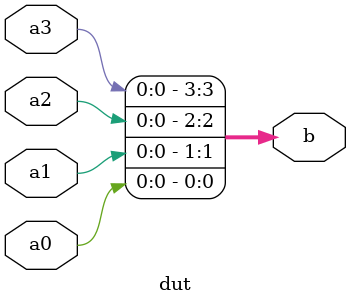
<source format=sv>
/* Generated by Synlig (git sha1 d912774c5, g++ 12.2.0-14 -fPIC -O3) */

(* top =  1  *)
(* src = "/root/synlig/synlig/tests/simple_tests/OneConcat/dut.v:1.1-6.10" *)
module dut(a0, a1, a2, a3, b);
  (* src = "/root/synlig/synlig/tests/simple_tests/OneConcat/dut.v:1.12-1.14" *)
  input a0;
  wire a0;
  (* src = "/root/synlig/synlig/tests/simple_tests/OneConcat/dut.v:1.16-1.18" *)
  input a1;
  wire a1;
  (* src = "/root/synlig/synlig/tests/simple_tests/OneConcat/dut.v:1.20-1.22" *)
  input a2;
  wire a2;
  (* src = "/root/synlig/synlig/tests/simple_tests/OneConcat/dut.v:1.24-1.26" *)
  input a3;
  wire a3;
  (* src = "/root/synlig/synlig/tests/simple_tests/OneConcat/dut.v:4.12-4.13" *)
  output [3:0] b;
  wire [3:0] b;
  assign b = { a3, a2, a1, a0 };
endmodule

</source>
